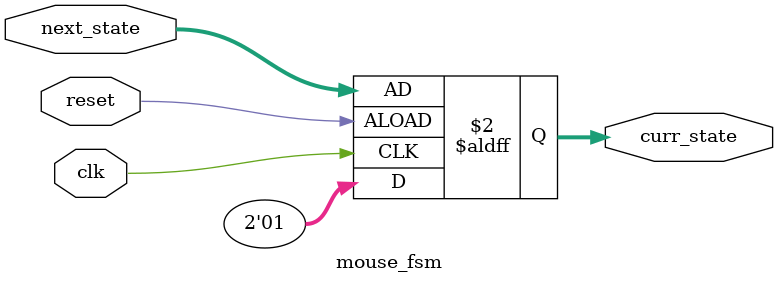
<source format=v>

module mouse (reset, start, clock, PS2_CLK, PS2_DAT, l_click, m_click, r_click, x, y);
  parameter SCREEN_WIDTH = 120;
  parameter SCREEN_HEIGHT = 160;

  // localparam POS_BIT_NUM = $clog2((SCREEN_WIDTH > SCREEN_HEIGHT) ? SCREEN_WIDTH : SCREEN_HEIGHT);

  input reset, start, clock;
  inout PS2_CLK;
  inout PS2_DAT;
  output reg l_click, m_click, r_click;
  output reg [8:0] x;
  output reg [8:0] y;

  localparam enable_cmd = 9'b011110100; // F4, MSB is parity bit

  reg [1:0] curr_state;
  reg [1:0] next_state;
  reg clk_out_en, dat_out_en; // 1: writing, 0: reading
  reg [9:0] data_out;

  reg l_click_latch = 1'b0;
  reg m_click_latch = 1'b0;
  reg r_click_latch = 1'b0;
  reg [8:0] x_latch = 0;
  reg [8:0] y_latch = 0;

  reg [32:0] data_in;
  reg [7:0] idle_count;
  reg [5:0] valid_count;
  reg [3:0] clkpull_delay; 
  reg [3:0] bits_transmitted; 

  reg dat_syn1, clk_syn1, dat_in, clk_in;
  wire dat_syn0, clk_syn0;

  localparam  LISTEN = 2'b00,
              PULLCLK = 2'b01,
              PULLDAT = 2'b10,
              TRANSMIT = 2'b11;

  // done to match mouse clock @ ~97.656 kHz
  wire clk; // slow clock
  mouse_divider mdiv(clock, clk);

  wire clk_out;
  assign clk_out = 1'b0;
  assign PS2_CLK = clk_out_en ? clk_out : 1'bZ; // only clock is pulled down
  wire dat_out;
  assign dat_out = data_out[0];
  assign PS2_DAT = dat_out_en ? dat_out : 1'bZ;
  assign clk_syn0 = clk_out_en ? 1'b1 : PS2_CLK;
  assign dat_syn0 = dat_out_en ? 1'b1 : PS2_DAT;

  reg [9:0] start_timer;
  always @(posedge clock) begin
    if (start)
      start_timer <= 1'b1;
    else if (start_timer)
      start_timer <= start_timer + 1'b1;
    
    l_click = l_click_latch;
    m_click = m_click_latch;
    r_click = r_click_latch;
    x = x_latch;
    y = y_latch;
  end

  // handling clocks in multiple domains?
  always @(posedge clk) begin
    clk_syn1 <= clk_syn0;
    clk_in <= clk_syn1;
    dat_syn1 <= dat_syn0;
    dat_in <= dat_syn1;
  end

  mouse_fsm mfsm(curr_state, next_state, clk, reset);

  // state table
  always @(*) begin
    case (curr_state)
      LISTEN: begin
        if (start_timer && idle_count == 8'b11111111)
          next_state = PULLCLK;
        else begin
          next_state = LISTEN; 
          clk_out_en = 1'b0;
          dat_out_en = 1'b0;
        end
      end
      PULLCLK: begin
        if (clkpull_delay == 4'b1100)
          next_state = PULLDAT;
        else begin
          next_state = PULLCLK;
          clk_out_en = 1'b1; // pull PS2_CLK low
          dat_out_en = 1'b0;
        end
      end
      PULLDAT: begin
        next_state = TRANSMIT;
        clk_out_en = 1'b1;
        dat_out_en = 1'b1;
      end
      TRANSMIT: begin
        if (bits_transmitted == 4'b1010) 
          next_state = LISTEN;
        else begin
          next_state = TRANSMIT;
          clk_out_en = 1'b0;
          dat_out_en = 1'b1;
        end
      end
      default: begin
        next_state = LISTEN;
      end
    endcase
  end

  // counts how long mouse has been in idle mode
  always @(posedge clk) begin
    if ({clk_in, dat_in} == 2'b11)
      idle_count <= idle_count + 1;
    else
      idle_count <= 8'd0;
  end

  // records how much presumably valid data we've received from mouse
  assign flag = (idle_count == 8'hff) ? 1 : 0;
  always @(posedge clk_in, posedge flag) begin
    if (flag)
      valid_count <= 6'b000000; // if we've been idle for too long, mouse probably wasn't sending any valid data, so reset
    else
      valid_count <= valid_count + 1;
  end

  // latching onto data from mouse
  always @(posedge clk, negedge reset) begin
    if (reset) begin // active high
      l_click_latch <= 1'b0;
      m_click_latch <= 1'b0;
      r_click_latch <= 1'b0;

      x_latch <= 0;
      y_latch <= 0;
    end
    else if (curr_state == TRANSMIT) begin
      l_click_latch <= 1'b0;
      m_click_latch <= 1'b0;
      r_click_latch <= 1'b0;
      x_latch <= 0;
      y_latch <= 0;
    end
    else if (idle_count == 8'b00011110 && (valid_count[5] == 1'b1 || valid_count[4] == 1'b1)) begin
      l_click_latch <= data_in[1];
      m_click_latch <= data_in[2];
      r_click_latch <= data_in[3];
      
      if ($signed(x_latch + {data_in[5], data_in[19:12]}) < 0) // test this first; otherwise unsigned interpretation of negative signed could b big unsigned
        x_latch <= 0;
      else if ((x_latch + {data_in[5], data_in[19:12]}) >= SCREEN_WIDTH)
        x_latch <= SCREEN_WIDTH;
      else
        x_latch <= {data_in[5], data_in[19:12]};

      if ($signed(y_latch + {data_in[6], data_in[30:23]}) < 0) 
        y_latch <= 0;
      else if ((y_latch + {data_in[6], data_in[30:23]}) >= SCREEN_HEIGHT)
        y_latch <= SCREEN_HEIGHT;
      else 
        y_latch <= {data_in[6], data_in[30:23]};
    end
  end

  // used to ensure we pull clk low for at least 100us (as a step to start transmission)
  always @(posedge clk) begin
    if (curr_state == PULLCLK)
      clkpull_delay <= clkpull_delay + 1;
    else
      clkpull_delay <= 4'b0000;
  end

  // transmit data to mouse
  always @(negedge clk_in) begin
    if (curr_state == TRANSMIT)
      data_out <= {1'b0, data_out[9:1]};
    else 
      data_out <= {enable_cmd, 1'b0}; 
  end

  // used to count how many bits we've transmitted
  always @(negedge clk_in) begin
    if (curr_state == TRANSMIT)
      bits_transmitted <= bits_transmitted + 1;
    else
      bits_transmitted <= 4'b0000;
  end

  // continually receives data from mouse in listen mode
  always @(negedge clk_in) begin
    if (curr_state == LISTEN)
      data_in <= {dat_in, data_in[32:1]};
  end

endmodule

module mouse_divider(input fast_clock, output slow_clock);
  // for matching polling rate of mouse
  reg [8:0] clk_div;
  always @(posedge fast_clock) begin
    clk_div <= clk_div + 1;
  end
  assign slow_clock = clk_div[8];
endmodule

module mouse_fsm(curr_state, next_state, clk, reset);
  output reg [1:0] curr_state;
  input [1:0] next_state;
  input clk, reset;

  // state change
  always @(posedge clk, negedge reset) begin
    if (reset) // active high
      curr_state <= 2'b01; // not sure if this should be pullclk
    else
      curr_state <= next_state;
  end

endmodule
</source>
